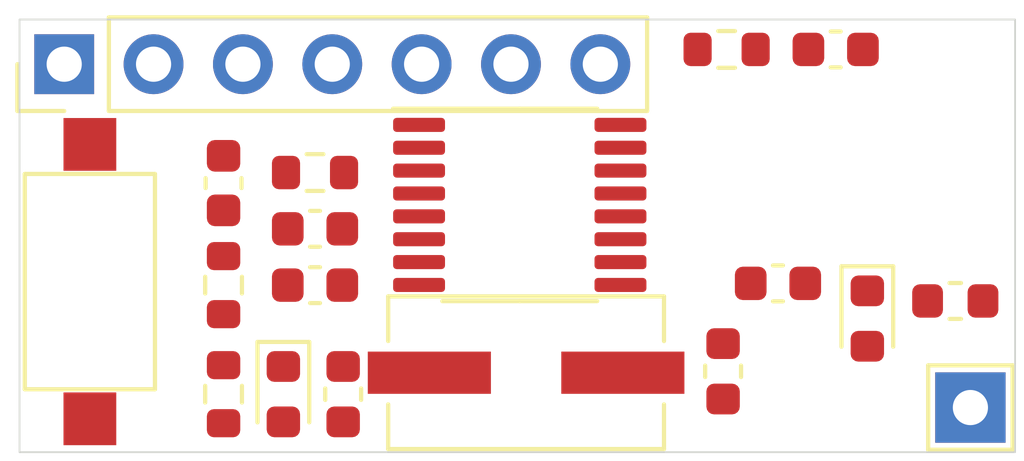
<source format=kicad_pcb>
(kicad_pcb (version 20241030) (generator "pcbnew") (generator_version "8.99")
  (layers (0 "F.Cu" signal) (2 "B.Cu" signal) (13 "F.Paste" user) (15 "B.Paste" user) (5 "F.SilkS" user "F.Silkscreen") (7 "B.SilkS" user "B.Silkscreen") (1 "F.Mask" user) (3 "B.Mask" user) (25 "Edge.Cuts" user) (39 "User.1" signal) (41 "User.2" signal) (43 "User.3" signal) (45 "User.4" signal) (47 "User.5" signal) (49 "User.6" signal) (51 "User.7" signal) (53 "User.8" signal) (55 "User.9" signal))
  (net 0 "")
  (footprint "Capacitor_SMD:C_0603_1608Metric" (layer "F.Cu") (at 135.8 94.65 90)
    (property "Reference" "C3" (hide yes))
    (property "Value" "C" (hide yes))
    (fp_line (start -0.14058 -0.51) (end 0.14058 -0.51) (stroke (width 0.12)) (layer "F.SilkS"))
    (fp_line (start -0.14058 0.51) (end 0.14058 0.51) (stroke (width 0.12)) (layer "F.SilkS"))
    (pad "1" smd roundrect (at -0.775 0 90) (size 0.9 0.95) (layers "F.Cu" "F.Mask" "F.Paste"))
    (pad "2" smd roundrect (at 0.775 0 90) (size 0.9 0.95) (layers "F.Cu" "F.Mask" "F.Paste"))
  )
  (footprint "Resistor_SMD:R_0603_1608Metric" (layer "F.Cu") (at 150.1 90.85)
    (property "Reference" "R4" (hide yes))
    (property "Value" "R" (hide yes))
    (fp_line (start -0.237258 -0.5225) (end 0.237258 -0.5225) (stroke (width 0.12)) (layer "F.SilkS"))
    (fp_line (start -0.237258 0.5225) (end 0.237258 0.5225) (stroke (width 0.12)) (layer "F.SilkS"))
    (pad "1" smd roundrect (at -0.825 0) (size 0.8 0.95) (layers "F.Cu" "F.Mask" "F.Paste"))
    (pad "2" smd roundrect (at 0.825 0) (size 0.8 0.95) (layers "F.Cu" "F.Mask" "F.Paste"))
  )
  (footprint "Capacitor_SMD:C_0603_1608Metric" (layer "F.Cu") (at 138.4 97.55)
    (property "Reference" "C2" (hide yes))
    (property "Value" "C" (hide yes))
    (fp_line (start -0.14058 -0.51) (end 0.14058 -0.51) (stroke (width 0.12)) (layer "F.SilkS"))
    (fp_line (start -0.14058 0.51) (end 0.14058 0.51) (stroke (width 0.12)) (layer "F.SilkS"))
    (pad "1" smd roundrect (at -0.775 0) (size 0.9 0.95) (layers "F.Cu" "F.Mask" "F.Paste"))
    (pad "2" smd roundrect (at 0.775 0) (size 0.9 0.95) (layers "F.Cu" "F.Mask" "F.Paste"))
  )
  (footprint "Inductor_SMD:L_0603_1608Metric" (layer "F.Cu") (at 156.6 98)
    (property "Reference" "L1" (hide yes))
    (property "Value" "L" (hide yes))
    (fp_line (start -0.162779 -0.51) (end 0.162779 -0.51) (stroke (width 0.12)) (layer "F.SilkS"))
    (fp_line (start -0.162779 0.51) (end 0.162779 0.51) (stroke (width 0.12)) (layer "F.SilkS"))
    (pad "1" smd roundrect (at -0.7875 0) (size 0.875 0.95) (layers "F.Cu" "F.Mask" "F.Paste"))
    (pad "2" smd roundrect (at 0.7875 0) (size 0.875 0.95) (layers "F.Cu" "F.Mask" "F.Paste"))
  )
  (footprint "Inductor_SMD:L_0603_1608Metric" (layer "F.Cu") (at 139.2 100.65 90)
    (property "Reference" "L3" (hide yes))
    (property "Value" "L" (hide yes))
    (fp_line (start -0.162779 -0.51) (end 0.162779 -0.51) (stroke (width 0.12)) (layer "F.SilkS"))
    (fp_line (start -0.162779 0.51) (end 0.162779 0.51) (stroke (width 0.12)) (layer "F.SilkS"))
    (pad "1" smd roundrect (at -0.7875 0 90) (size 0.875 0.95) (layers "F.Cu" "F.Mask" "F.Paste"))
    (pad "2" smd roundrect (at 0.7875 0 90) (size 0.875 0.95) (layers "F.Cu" "F.Mask" "F.Paste"))
  )
  (footprint "Resistor_SMD:R_0603_1608Metric" (layer "F.Cu") (at 135.8 100.65 90)
    (property "Reference" "R3" (hide yes))
    (property "Value" "R" (hide yes))
    (fp_line (start -0.237258 -0.5225) (end 0.237258 -0.5225) (stroke (width 0.12)) (layer "F.SilkS"))
    (fp_line (start -0.237258 0.5225) (end 0.237258 0.5225) (stroke (width 0.12)) (layer "F.SilkS"))
    (pad "1" smd roundrect (at -0.825 0 90) (size 0.8 0.95) (layers "F.Cu" "F.Mask" "F.Paste"))
    (pad "2" smd roundrect (at 0.825 0 90) (size 0.8 0.95) (layers "F.Cu" "F.Mask" "F.Paste"))
  )
  (footprint "Inductor_SMD:L_0603_1608Metric" (layer "F.Cu") (at 150 100 90)
    (property "Reference" "L2" (hide yes))
    (property "Value" "L" (hide yes))
    (fp_line (start -0.162779 -0.51) (end 0.162779 -0.51) (stroke (width 0.12)) (layer "F.SilkS"))
    (fp_line (start -0.162779 0.51) (end 0.162779 0.51) (stroke (width 0.12)) (layer "F.SilkS"))
    (pad "1" smd roundrect (at -0.7875 0 90) (size 0.875 0.95) (layers "F.Cu" "F.Mask" "F.Paste"))
    (pad "2" smd roundrect (at 0.7875 0 90) (size 0.875 0.95) (layers "F.Cu" "F.Mask" "F.Paste"))
  )
  (footprint "Capacitor_SMD:C_0603_1608Metric" (layer "F.Cu") (at 151.56 97.5)
    (property "Reference" "C5" (hide yes))
    (property "Value" "C" (hide yes))
    (fp_line (start -0.14058 -0.51) (end 0.14058 -0.51) (stroke (width 0.12)) (layer "F.SilkS"))
    (fp_line (start -0.14058 0.51) (end 0.14058 0.51) (stroke (width 0.12)) (layer "F.SilkS"))
    (pad "1" smd roundrect (at -0.775 0) (size 0.9 0.95) (layers "F.Cu" "F.Mask" "F.Paste"))
    (pad "2" smd roundrect (at 0.775 0) (size 0.9 0.95) (layers "F.Cu" "F.Mask" "F.Paste"))
  )
  (footprint "Capacitor_SMD:C_0603_1608Metric" (layer "F.Cu") (at 138.4 95.95)
    (property "Reference" "C1" (hide yes))
    (property "Value" "C" (hide yes))
    (fp_line (start -0.14058 -0.51) (end 0.14058 -0.51) (stroke (width 0.12)) (layer "F.SilkS"))
    (fp_line (start -0.14058 0.51) (end 0.14058 0.51) (stroke (width 0.12)) (layer "F.SilkS"))
    (pad "1" smd roundrect (at -0.775 0) (size 0.9 0.95) (layers "F.Cu" "F.Mask" "F.Paste"))
    (pad "2" smd roundrect (at 0.775 0) (size 0.9 0.95) (layers "F.Cu" "F.Mask" "F.Paste"))
  )
  (footprint "Package_SO:TSSOP-16_4.4x5mm_P0.65mm" (layer "F.Cu") (at 144.22 95.27)
    (property "Reference" "U1" (hide yes))
    (property "Value" "ADC128D818" (hide yes))
    (fp_line (start 0 -2.735) (end -3.6 -2.735) (stroke (width 0.12)) (layer "F.SilkS"))
    (fp_line (start 0 -2.735) (end 2.2 -2.735) (stroke (width 0.12)) (layer "F.SilkS"))
    (fp_line (start 0 2.735) (end -2.2 2.735) (stroke (width 0.12)) (layer "F.SilkS"))
    (fp_line (start 0 2.735) (end 2.2 2.735) (stroke (width 0.12)) (layer "F.SilkS"))
    (pad "1" smd roundrect (at -2.8625 -2.275) (size 1.475 0.4) (layers "F.Cu" "F.Mask" "F.Paste"))
    (pad "2" smd roundrect (at -2.8625 -1.625) (size 1.475 0.4) (layers "F.Cu" "F.Mask" "F.Paste"))
    (pad "3" smd roundrect (at -2.8625 -0.975) (size 1.475 0.4) (layers "F.Cu" "F.Mask" "F.Paste"))
    (pad "4" smd roundrect (at -2.8625 -0.325) (size 1.475 0.4) (layers "F.Cu" "F.Mask" "F.Paste"))
    (pad "5" smd roundrect (at -2.8625 0.325) (size 1.475 0.4) (layers "F.Cu" "F.Mask" "F.Paste"))
    (pad "6" smd roundrect (at -2.8625 0.975) (size 1.475 0.4) (layers "F.Cu" "F.Mask" "F.Paste"))
    (pad "7" smd roundrect (at -2.8625 1.625) (size 1.475 0.4) (layers "F.Cu" "F.Mask" "F.Paste"))
    (pad "8" smd roundrect (at -2.8625 2.275) (size 1.475 0.4) (layers "F.Cu" "F.Mask" "F.Paste"))
    (pad "9" smd roundrect (at 2.8625 2.275) (size 1.475 0.4) (layers "F.Cu" "F.Mask" "F.Paste"))
    (pad "10" smd roundrect (at 2.8625 1.625) (size 1.475 0.4) (layers "F.Cu" "F.Mask" "F.Paste"))
    (pad "11" smd roundrect (at 2.8625 0.975) (size 1.475 0.4) (layers "F.Cu" "F.Mask" "F.Paste"))
    (pad "12" smd roundrect (at 2.8625 0.325) (size 1.475 0.4) (layers "F.Cu" "F.Mask" "F.Paste"))
    (pad "13" smd roundrect (at 2.8625 -0.325) (size 1.475 0.4) (layers "F.Cu" "F.Mask" "F.Paste"))
    (pad "14" smd roundrect (at 2.8625 -0.975) (size 1.475 0.4) (layers "F.Cu" "F.Mask" "F.Paste"))
    (pad "15" smd roundrect (at 2.8625 -1.625) (size 1.475 0.4) (layers "F.Cu" "F.Mask" "F.Paste"))
    (pad "16" smd roundrect (at 2.8625 -2.275) (size 1.475 0.4) (layers "F.Cu" "F.Mask" "F.Paste"))
  )
  (footprint "Connector_PinHeader_2.54mm:PinHeader_1x07_P2.54mm_Vertical" (layer "F.Cu") (at 131.27 91.27 90)
    (property "Reference" "J1" (hide yes))
    (property "Value" "Conn_01x07" (hide yes))
    (fp_line (start -1.33 -1.33) (end 0 -1.33) (stroke (width 0.12)) (layer "F.SilkS"))
    (fp_line (start -1.33 0) (end -1.33 -1.33) (stroke (width 0.12)) (layer "F.SilkS"))
    (fp_line (start 1.33 1.27) (end 1.33 16.57) (stroke (width 0.12)) (layer "F.SilkS"))
    (fp_line (start -1.33 1.27) (end 1.33 1.27) (stroke (width 0.12)) (layer "F.SilkS"))
    (fp_line (start -1.33 1.27) (end -1.33 16.57) (stroke (width 0.12)) (layer "F.SilkS"))
    (fp_line (start -1.33 16.57) (end 1.33 16.57) (stroke (width 0.12)) (layer "F.SilkS"))
    (pad "1" thru_hole rect (at 0 0 90) (size 1.7 1.7) (drill 1) (layers "*.Cu" "*.Mask"))
    (pad "2" thru_hole oval (at 0 2.54 90) (size 1.7 1.7) (drill 1) (layers "*.Cu" "*.Mask"))
    (pad "3" thru_hole oval (at 0 5.08 90) (size 1.7 1.7) (drill 1) (layers "*.Cu" "*.Mask"))
    (pad "4" thru_hole oval (at 0 7.62 90) (size 1.7 1.7) (drill 1) (layers "*.Cu" "*.Mask"))
    (pad "5" thru_hole oval (at 0 10.16 90) (size 1.7 1.7) (drill 1) (layers "*.Cu" "*.Mask"))
    (pad "6" thru_hole oval (at 0 12.7 90) (size 1.7 1.7) (drill 1) (layers "*.Cu" "*.Mask"))
    (pad "7" thru_hole oval (at 0 15.24 90) (size 1.7 1.7) (drill 1) (layers "*.Cu" "*.Mask"))
  )
  (footprint "Resistor_SMD:R_0603_1608Metric" (layer "F.Cu") (at 138.4 94.35)
    (property "Reference" "R2" (hide yes))
    (property "Value" "R" (hide yes))
    (fp_line (start -0.237258 -0.5225) (end 0.237258 -0.5225) (stroke (width 0.12)) (layer "F.SilkS"))
    (fp_line (start -0.237258 0.5225) (end 0.237258 0.5225) (stroke (width 0.12)) (layer "F.SilkS"))
    (pad "1" smd roundrect (at -0.825 0) (size 0.8 0.95) (layers "F.Cu" "F.Mask" "F.Paste"))
    (pad "2" smd roundrect (at 0.825 0) (size 0.8 0.95) (layers "F.Cu" "F.Mask" "F.Paste"))
  )
  (footprint "LED_SMD:LED_0603_1608Metric" (layer "F.Cu") (at 137.5 100.65 -90)
    (property "Reference" "D1" (hide yes))
    (property "Value" "LED" (hide yes))
    (fp_line (start -1.485 0.735) (end 0.8 0.735) (stroke (width 0.12)) (layer "F.SilkS"))
    (fp_line (start -1.485 -0.735) (end -1.485 0.735) (stroke (width 0.12)) (layer "F.SilkS"))
    (fp_line (start 0.8 -0.735) (end -1.485 -0.735) (stroke (width 0.12)) (layer "F.SilkS"))
    (pad "1" smd roundrect (at -0.7875 0 270) (size 0.875 0.95) (layers "F.Cu" "F.Mask" "F.Paste"))
    (pad "2" smd roundrect (at 0.7875 0 270) (size 0.875 0.95) (layers "F.Cu" "F.Mask" "F.Paste"))
  )
  (footprint "TestPoint:TestPoint_Pad_2.0x2.0mm" (layer "F.Cu") (at 157.03 101.03)
    (property "Reference" "J2" (hide yes))
    (property "Value" "Conn_01x01" (hide yes))
    (fp_line (start -1.2 -1.2) (end 1.2 -1.2) (stroke (width 0.12)) (layer "F.SilkS"))
    (fp_line (start -1.2 1.2) (end -1.2 -1.2) (stroke (width 0.12)) (layer "F.SilkS"))
    (fp_line (start 1.2 -1.2) (end 1.2 1.2) (stroke (width 0.12)) (layer "F.SilkS"))
    (fp_line (start 1.2 1.2) (end -1.2 1.2) (stroke (width 0.12)) (layer "F.SilkS"))
    (pad "1" thru_hole rect (at 0 0) (size 2 2) (drill 1) (layers "*.Cu" "*.Mask"))
  )
  (footprint "Capacitor_SMD:C_0603_1608Metric" (layer "F.Cu") (at 153.2 90.85)
    (property "Reference" "C4" (hide yes))
    (property "Value" "C" (hide yes))
    (fp_line (start -0.14058 -0.51) (end 0.14058 -0.51) (stroke (width 0.12)) (layer "F.SilkS"))
    (fp_line (start -0.14058 0.51) (end 0.14058 0.51) (stroke (width 0.12)) (layer "F.SilkS"))
    (pad "1" smd roundrect (at -0.775 0) (size 0.9 0.95) (layers "F.Cu" "F.Mask" "F.Paste"))
    (pad "2" smd roundrect (at 0.775 0) (size 0.9 0.95) (layers "F.Cu" "F.Mask" "F.Paste"))
  )
  (footprint "Button_Switch_SMD:SW_SPST_CK_RS282G05A3" (layer "F.Cu") (at 132 97.45 90)
    (property "Reference" "SW1" (hide yes))
    (property "Value" "SW_Push" (hide yes))
    (fp_line (start 3.06 -1.85) (end 3.06 1.85) (stroke (width 0.12)) (layer "F.SilkS"))
    (fp_line (start -3.06 -1.85) (end 3.06 -1.85) (stroke (width 0.12)) (layer "F.SilkS"))
    (fp_line (start 3.06 1.85) (end -3.06 1.85) (stroke (width 0.12)) (layer "F.SilkS"))
    (fp_line (start -3.06 1.85) (end -3.06 -1.85) (stroke (width 0.12)) (layer "F.SilkS"))
    (pad "1" smd rect (at -3.9 0 90) (size 1.5 1.5) (layers "F.Cu" "F.Mask" "F.Paste"))
    (pad "2" smd rect (at 3.9 0 90) (size 1.5 1.5) (layers "F.Cu" "F.Mask" "F.Paste"))
  )
  (footprint "Crystal:Crystal_SMD_ECS_CSM3X-2Pin_7.6x4.1mm" (layer "F.Cu") (at 144.4 100.04)
    (property "Reference" "Y1" (hide yes))
    (property "Value" "Crystal" (hide yes))
    (fp_line (start -3.92 -2.17) (end -3.92 -0.9) (stroke (width 0.12)) (layer "F.SilkS"))
    (fp_line (start -3.92 -2.17) (end 3.92 -2.17) (stroke (width 0.12)) (layer "F.SilkS"))
    (fp_line (start -3.92 2.17) (end -3.92 0.9) (stroke (width 0.12)) (layer "F.SilkS"))
    (fp_line (start -3.92 2.17) (end 3.92 2.17) (stroke (width 0.12)) (layer "F.SilkS"))
    (fp_line (start 3.92 -2.17) (end 3.92 -0.9) (stroke (width 0.12)) (layer "F.SilkS"))
    (fp_line (start 3.92 2.17) (end 3.92 0.9) (stroke (width 0.12)) (layer "F.SilkS"))
    (pad "1" smd rect (at -2.75 0) (size 3.5 1.2) (layers "F.Cu" "F.Mask" "F.Paste"))
    (pad "2" smd rect (at 2.75 0) (size 3.5 1.2) (layers "F.Cu" "F.Mask" "F.Paste"))
  )
  (footprint "Resistor_SMD:R_0603_1608Metric" (layer "F.Cu") (at 135.8 97.55 90)
    (property "Reference" "R5" (hide yes))
    (property "Value" "R" (hide yes))
    (fp_line (start -0.237258 -0.5225) (end 0.237258 -0.5225) (stroke (width 0.12)) (layer "F.SilkS"))
    (fp_line (start -0.237258 0.5225) (end 0.237258 0.5225) (stroke (width 0.12)) (layer "F.SilkS"))
    (pad "1" smd roundrect (at -0.825 0 90) (size 0.8 0.95) (layers "F.Cu" "F.Mask" "F.Paste"))
    (pad "2" smd roundrect (at 0.825 0 90) (size 0.8 0.95) (layers "F.Cu" "F.Mask" "F.Paste"))
  )
  (footprint "Diode_SMD:D_0603_1608Metric" (layer "F.Cu") (at 154.1 98.5 -90)
    (property "Reference" "D2" (hide yes))
    (property "Value" "DIODE" (hide yes))
    (fp_line (start -1.485 0.735) (end 0.8 0.735) (stroke (width 0.12)) (layer "F.SilkS"))
    (fp_line (start -1.485 -0.735) (end -1.485 0.735) (stroke (width 0.12)) (layer "F.SilkS"))
    (fp_line (start 0.8 -0.735) (end -1.485 -0.735) (stroke (width 0.12)) (layer "F.SilkS"))
    (pad "1" smd roundrect (at -0.7875 0 270) (size 0.875 0.95) (layers "F.Cu" "F.Mask" "F.Paste"))
    (pad "2" smd roundrect (at 0.7875 0 270) (size 0.875 0.95) (layers "F.Cu" "F.Mask" "F.Paste"))
  )
  (gr_rect (start 130 90) (end 158.3 102.3) (stroke (width 0.05)) (fill none) (layer "Edge.Cuts"))
)
</source>
